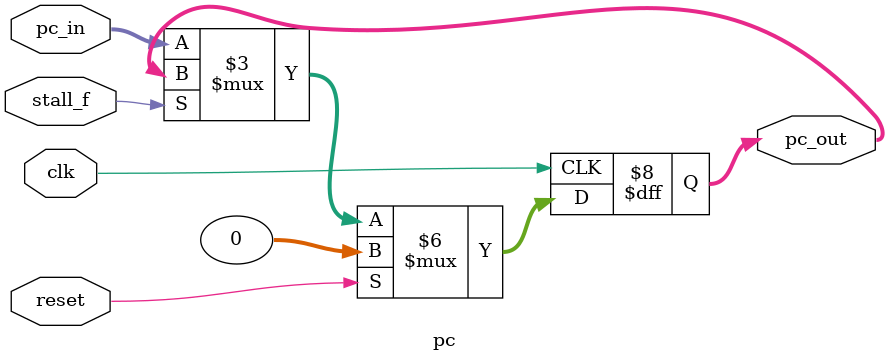
<source format=v>
module pc (
    input                       clk,
    input                       reset,
    input                       stall_f,   // Stall signal from Hazard Unit
    input      [31:0]           pc_in,     // The next PC value from the mux
    output reg [31:0]           pc_out     // The current PC value
);

    always @(posedge clk) begin
        if (reset) begin
            pc_out <= 32'h00000000; // Reset to address 0
        end else if (!stall_f) begin
            pc_out <= pc_in;       // Update PC if not stalled
        end
        // If stalled, the register holds its current value
    end

endmodule

</source>
